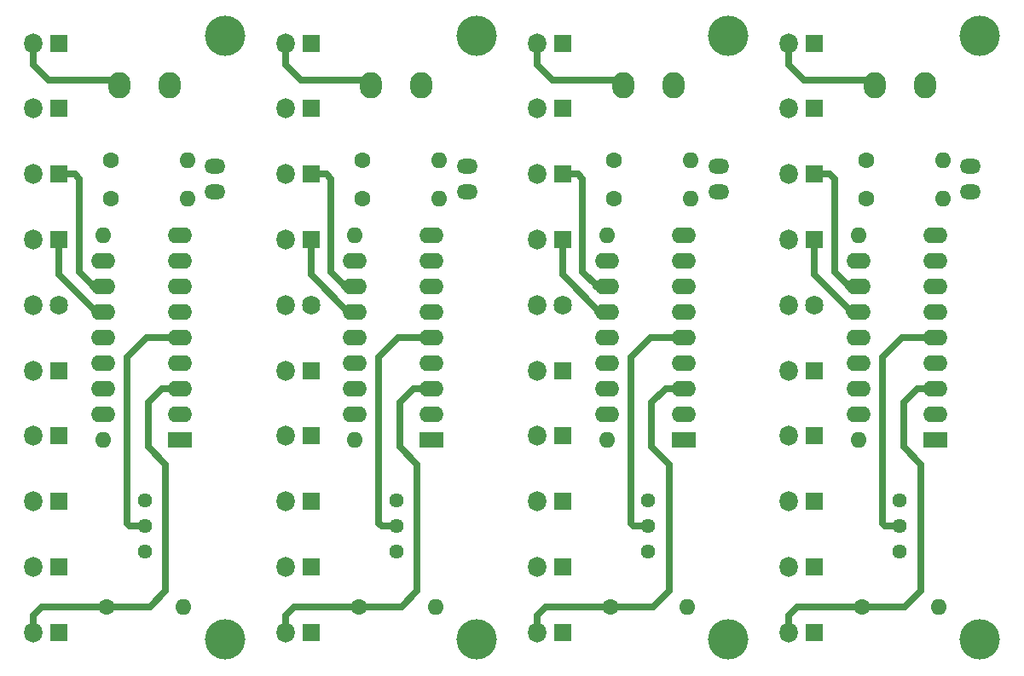
<source format=gbr>
%TF.GenerationSoftware,KiCad,Pcbnew,7.0.6*%
%TF.CreationDate,2023-12-18T10:17:44+05:30*%
%TF.ProjectId,new12vch,6e657731-3276-4636-982e-6b696361645f,rev?*%
%TF.SameCoordinates,Original*%
%TF.FileFunction,Copper,L2,Bot*%
%TF.FilePolarity,Positive*%
%FSLAX46Y46*%
G04 Gerber Fmt 4.6, Leading zero omitted, Abs format (unit mm)*
G04 Created by KiCad (PCBNEW 7.0.6) date 2023-12-18 10:17:44*
%MOMM*%
%LPD*%
G01*
G04 APERTURE LIST*
%TA.AperFunction,ComponentPad*%
%ADD10R,1.800000X1.800000*%
%TD*%
%TA.AperFunction,ComponentPad*%
%ADD11O,1.800000X2.000000*%
%TD*%
%TA.AperFunction,ComponentPad*%
%ADD12C,1.600000*%
%TD*%
%TA.AperFunction,ComponentPad*%
%ADD13O,1.600000X1.600000*%
%TD*%
%TA.AperFunction,ComponentPad*%
%ADD14O,1.800000X1.900000*%
%TD*%
%TA.AperFunction,ComponentPad*%
%ADD15O,2.100000X1.500000*%
%TD*%
%TA.AperFunction,ComponentPad*%
%ADD16C,4.000000*%
%TD*%
%TA.AperFunction,ComponentPad*%
%ADD17C,1.440000*%
%TD*%
%TA.AperFunction,ComponentPad*%
%ADD18R,2.400000X1.600000*%
%TD*%
%TA.AperFunction,ComponentPad*%
%ADD19O,2.400000X1.600000*%
%TD*%
%TA.AperFunction,ComponentPad*%
%ADD20O,2.200000X2.600000*%
%TD*%
%TA.AperFunction,Conductor*%
%ADD21C,0.700000*%
%TD*%
G04 APERTURE END LIST*
D10*
%TO.P,D8,1,K*%
%TO.N,Net-(D8-K)*%
X154850000Y-112700000D03*
D11*
%TO.P,D8,2,A*%
%TO.N,Net-(D12-A)*%
X152310000Y-112700000D03*
%TD*%
D12*
%TO.P,R8,1*%
%TO.N,Net-(U1-REFOUT)*%
X159980000Y-85300000D03*
D13*
%TO.P,R8,2*%
%TO.N,Earth*%
X167600000Y-85300000D03*
%TD*%
D10*
%TO.P,D2,1,K*%
%TO.N,Net-(D2-K)*%
X154850000Y-132200000D03*
D11*
%TO.P,D2,2,A*%
%TO.N,Net-(D12-A)*%
X152310000Y-132200000D03*
%TD*%
D10*
%TO.P,D12,1,K*%
%TO.N,Net-(D12-K)*%
X154850000Y-106200000D03*
D11*
%TO.P,D12,2,A*%
%TO.N,Net-(D12-A)*%
X152310000Y-106200000D03*
%TD*%
D12*
%TO.P,R7,1*%
%TO.N,Net-(U1-RLO)*%
X159980000Y-89100000D03*
D13*
%TO.P,R7,2*%
%TO.N,Earth*%
X167600000Y-89100000D03*
%TD*%
D10*
%TO.P,D18,1,K*%
%TO.N,Net-(D18-K)*%
X154850000Y-86700000D03*
D11*
%TO.P,D18,2,A*%
%TO.N,Net-(D12-A)*%
X152310000Y-86700000D03*
%TD*%
D10*
%TO.P,D23,1,K*%
%TO.N,Net-(D23-K)*%
X154850000Y-73700000D03*
D11*
%TO.P,D23,2,A*%
%TO.N,Net-(D12-A)*%
X152310000Y-73700000D03*
%TD*%
D14*
%TO.P,D14,1,K*%
%TO.N,Net-(D14-K)*%
X154850000Y-99700000D03*
D11*
%TO.P,D14,2,A*%
%TO.N,Net-(D12-A)*%
X152310000Y-99700000D03*
%TD*%
D15*
%TO.P,SW3,1*%
%TO.N,Net-(U1-MODE)*%
X170350000Y-88500000D03*
%TO.P,SW3,2*%
%TO.N,Net-(D12-A)*%
X170350000Y-85960000D03*
%TD*%
D16*
%TO.P,REF\u002A\u002A,1*%
%TO.N,N/C*%
X171300000Y-132950000D03*
%TD*%
%TO.P,REF\u002A\u002A,1*%
%TO.N,N/C*%
X171300000Y-73000000D03*
%TD*%
D10*
%TO.P,D4,1,K*%
%TO.N,Net-(D4-K)*%
X154850000Y-125700000D03*
D11*
%TO.P,D4,2,A*%
%TO.N,Net-(D12-A)*%
X152310000Y-125700000D03*
%TD*%
D10*
%TO.P,D6,1,K*%
%TO.N,Net-(D6-K)*%
X154850000Y-119200000D03*
D11*
%TO.P,D6,2,A*%
%TO.N,Net-(D12-A)*%
X152310000Y-119200000D03*
%TD*%
D10*
%TO.P,D16,1,K*%
%TO.N,Net-(D16-K)*%
X154850000Y-93200000D03*
D11*
%TO.P,D16,2,A*%
%TO.N,Net-(D12-A)*%
X152310000Y-93200000D03*
%TD*%
D17*
%TO.P,RV2,1,1*%
%TO.N,Earth*%
X163350000Y-119150000D03*
%TO.P,RV2,2,2*%
%TO.N,Net-(U1-SIG)*%
X163350000Y-121690000D03*
%TO.P,RV2,3,3*%
%TO.N,Net-(R1-Pad2)*%
X163350000Y-124230000D03*
%TD*%
D18*
%TO.P,U1,1,LED1*%
%TO.N,Net-(D2-K)*%
X166850000Y-113100000D03*
D19*
%TO.P,U1,2,V-*%
%TO.N,Earth*%
X166850000Y-110560000D03*
%TO.P,U1,3,V+*%
%TO.N,Net-(D12-A)*%
X166850000Y-108020000D03*
%TO.P,U1,4,RLO*%
%TO.N,Net-(U1-RLO)*%
X166850000Y-105480000D03*
%TO.P,U1,5,SIG*%
%TO.N,Net-(U1-SIG)*%
X166850000Y-102940000D03*
%TO.P,U1,6,RHI*%
%TO.N,Net-(U1-REFOUT)*%
X166850000Y-100400000D03*
%TO.P,U1,7,REFOUT*%
X166850000Y-97860000D03*
%TO.P,U1,8,REFADJ*%
%TO.N,Earth*%
X166850000Y-95320000D03*
%TO.P,U1,9,MODE*%
%TO.N,Net-(U1-MODE)*%
X166850000Y-92780000D03*
D13*
%TO.P,U1,10,LED10*%
%TO.N,Net-(D23-K)*%
X159230000Y-92780000D03*
D19*
%TO.P,U1,11,LED9*%
%TO.N,Net-(D21-K)*%
X159230000Y-95320000D03*
%TO.P,U1,12,LED8*%
%TO.N,Net-(D18-K)*%
X159230000Y-97860000D03*
%TO.P,U1,13,LED7*%
%TO.N,Net-(D16-K)*%
X159230000Y-100400000D03*
%TO.P,U1,14,LED6*%
%TO.N,Net-(D14-K)*%
X159230000Y-102940000D03*
%TO.P,U1,15,LED5*%
%TO.N,Net-(D12-K)*%
X159230000Y-105480000D03*
%TO.P,U1,16,LED4*%
%TO.N,Net-(D8-K)*%
X159230000Y-108020000D03*
%TO.P,U1,17,LED3*%
%TO.N,Net-(D6-K)*%
X159230000Y-110560000D03*
D13*
%TO.P,U1,18,LED2*%
%TO.N,Net-(D4-K)*%
X159230000Y-113100000D03*
%TD*%
D10*
%TO.P,D21,1,K*%
%TO.N,Net-(D21-K)*%
X154850000Y-80200000D03*
D11*
%TO.P,D21,2,A*%
%TO.N,Net-(D12-A)*%
X152310000Y-80200000D03*
%TD*%
D12*
%TO.P,R1,1*%
%TO.N,Net-(D12-A)*%
X159600000Y-129650000D03*
D13*
%TO.P,R1,2*%
%TO.N,Net-(R1-Pad2)*%
X167220000Y-129650000D03*
%TD*%
D20*
%TO.P,J5,1,Pin_1*%
%TO.N,Net-(D12-A)*%
X160850000Y-77900000D03*
%TO.P,J5,2,Pin_2*%
%TO.N,Earth*%
X165850000Y-77900000D03*
%TD*%
D10*
%TO.P,D6,1,K*%
%TO.N,Net-(D6-K)*%
X179850000Y-119200000D03*
D11*
%TO.P,D6,2,A*%
%TO.N,Net-(D12-A)*%
X177310000Y-119200000D03*
%TD*%
D10*
%TO.P,D2,1,K*%
%TO.N,Net-(D2-K)*%
X179850000Y-132200000D03*
D11*
%TO.P,D2,2,A*%
%TO.N,Net-(D12-A)*%
X177310000Y-132200000D03*
%TD*%
D10*
%TO.P,D4,1,K*%
%TO.N,Net-(D4-K)*%
X179850000Y-125700000D03*
D11*
%TO.P,D4,2,A*%
%TO.N,Net-(D12-A)*%
X177310000Y-125700000D03*
%TD*%
D10*
%TO.P,D8,1,K*%
%TO.N,Net-(D8-K)*%
X179850000Y-112700000D03*
D11*
%TO.P,D8,2,A*%
%TO.N,Net-(D12-A)*%
X177310000Y-112700000D03*
%TD*%
D10*
%TO.P,D23,1,K*%
%TO.N,Net-(D23-K)*%
X179850000Y-73700000D03*
D11*
%TO.P,D23,2,A*%
%TO.N,Net-(D12-A)*%
X177310000Y-73700000D03*
%TD*%
D14*
%TO.P,D14,1,K*%
%TO.N,Net-(D14-K)*%
X179850000Y-99700000D03*
D11*
%TO.P,D14,2,A*%
%TO.N,Net-(D12-A)*%
X177310000Y-99700000D03*
%TD*%
D10*
%TO.P,D12,1,K*%
%TO.N,Net-(D12-K)*%
X179850000Y-106200000D03*
D11*
%TO.P,D12,2,A*%
%TO.N,Net-(D12-A)*%
X177310000Y-106200000D03*
%TD*%
D10*
%TO.P,D18,1,K*%
%TO.N,Net-(D18-K)*%
X179850000Y-86700000D03*
D11*
%TO.P,D18,2,A*%
%TO.N,Net-(D12-A)*%
X177310000Y-86700000D03*
%TD*%
D15*
%TO.P,SW3,1*%
%TO.N,Net-(U1-MODE)*%
X195350000Y-88500000D03*
%TO.P,SW3,2*%
%TO.N,Net-(D12-A)*%
X195350000Y-85960000D03*
%TD*%
D16*
%TO.P,REF\u002A\u002A,1*%
%TO.N,N/C*%
X196300000Y-132950000D03*
%TD*%
%TO.P,REF\u002A\u002A,1*%
%TO.N,N/C*%
X196300000Y-73000000D03*
%TD*%
D12*
%TO.P,R8,1*%
%TO.N,Net-(U1-REFOUT)*%
X184980000Y-85300000D03*
D13*
%TO.P,R8,2*%
%TO.N,Earth*%
X192600000Y-85300000D03*
%TD*%
D12*
%TO.P,R7,1*%
%TO.N,Net-(U1-RLO)*%
X184980000Y-89100000D03*
D13*
%TO.P,R7,2*%
%TO.N,Earth*%
X192600000Y-89100000D03*
%TD*%
D10*
%TO.P,D16,1,K*%
%TO.N,Net-(D16-K)*%
X179850000Y-93200000D03*
D11*
%TO.P,D16,2,A*%
%TO.N,Net-(D12-A)*%
X177310000Y-93200000D03*
%TD*%
D18*
%TO.P,U1,1,LED1*%
%TO.N,Net-(D2-K)*%
X191850000Y-113100000D03*
D19*
%TO.P,U1,2,V-*%
%TO.N,Earth*%
X191850000Y-110560000D03*
%TO.P,U1,3,V+*%
%TO.N,Net-(D12-A)*%
X191850000Y-108020000D03*
%TO.P,U1,4,RLO*%
%TO.N,Net-(U1-RLO)*%
X191850000Y-105480000D03*
%TO.P,U1,5,SIG*%
%TO.N,Net-(U1-SIG)*%
X191850000Y-102940000D03*
%TO.P,U1,6,RHI*%
%TO.N,Net-(U1-REFOUT)*%
X191850000Y-100400000D03*
%TO.P,U1,7,REFOUT*%
X191850000Y-97860000D03*
%TO.P,U1,8,REFADJ*%
%TO.N,Earth*%
X191850000Y-95320000D03*
%TO.P,U1,9,MODE*%
%TO.N,Net-(U1-MODE)*%
X191850000Y-92780000D03*
D13*
%TO.P,U1,10,LED10*%
%TO.N,Net-(D23-K)*%
X184230000Y-92780000D03*
D19*
%TO.P,U1,11,LED9*%
%TO.N,Net-(D21-K)*%
X184230000Y-95320000D03*
%TO.P,U1,12,LED8*%
%TO.N,Net-(D18-K)*%
X184230000Y-97860000D03*
%TO.P,U1,13,LED7*%
%TO.N,Net-(D16-K)*%
X184230000Y-100400000D03*
%TO.P,U1,14,LED6*%
%TO.N,Net-(D14-K)*%
X184230000Y-102940000D03*
%TO.P,U1,15,LED5*%
%TO.N,Net-(D12-K)*%
X184230000Y-105480000D03*
%TO.P,U1,16,LED4*%
%TO.N,Net-(D8-K)*%
X184230000Y-108020000D03*
%TO.P,U1,17,LED3*%
%TO.N,Net-(D6-K)*%
X184230000Y-110560000D03*
D13*
%TO.P,U1,18,LED2*%
%TO.N,Net-(D4-K)*%
X184230000Y-113100000D03*
%TD*%
D10*
%TO.P,D21,1,K*%
%TO.N,Net-(D21-K)*%
X179850000Y-80200000D03*
D11*
%TO.P,D21,2,A*%
%TO.N,Net-(D12-A)*%
X177310000Y-80200000D03*
%TD*%
D17*
%TO.P,RV2,1,1*%
%TO.N,Earth*%
X188350000Y-119150000D03*
%TO.P,RV2,2,2*%
%TO.N,Net-(U1-SIG)*%
X188350000Y-121690000D03*
%TO.P,RV2,3,3*%
%TO.N,Net-(R1-Pad2)*%
X188350000Y-124230000D03*
%TD*%
D12*
%TO.P,R1,1*%
%TO.N,Net-(D12-A)*%
X184600000Y-129650000D03*
D13*
%TO.P,R1,2*%
%TO.N,Net-(R1-Pad2)*%
X192220000Y-129650000D03*
%TD*%
D20*
%TO.P,J5,1,Pin_1*%
%TO.N,Net-(D12-A)*%
X185850000Y-77900000D03*
%TO.P,J5,2,Pin_2*%
%TO.N,Earth*%
X190850000Y-77900000D03*
%TD*%
D10*
%TO.P,D6,1,K*%
%TO.N,Net-(D6-K)*%
X104850000Y-119200000D03*
D11*
%TO.P,D6,2,A*%
%TO.N,Net-(D12-A)*%
X102310000Y-119200000D03*
%TD*%
D10*
%TO.P,D2,1,K*%
%TO.N,Net-(D2-K)*%
X104850000Y-132200000D03*
D11*
%TO.P,D2,2,A*%
%TO.N,Net-(D12-A)*%
X102310000Y-132200000D03*
%TD*%
D10*
%TO.P,D4,1,K*%
%TO.N,Net-(D4-K)*%
X104850000Y-125700000D03*
D11*
%TO.P,D4,2,A*%
%TO.N,Net-(D12-A)*%
X102310000Y-125700000D03*
%TD*%
D10*
%TO.P,D8,1,K*%
%TO.N,Net-(D8-K)*%
X104850000Y-112700000D03*
D11*
%TO.P,D8,2,A*%
%TO.N,Net-(D12-A)*%
X102310000Y-112700000D03*
%TD*%
D10*
%TO.P,D23,1,K*%
%TO.N,Net-(D23-K)*%
X104850000Y-73700000D03*
D11*
%TO.P,D23,2,A*%
%TO.N,Net-(D12-A)*%
X102310000Y-73700000D03*
%TD*%
D14*
%TO.P,D14,1,K*%
%TO.N,Net-(D14-K)*%
X104850000Y-99700000D03*
D11*
%TO.P,D14,2,A*%
%TO.N,Net-(D12-A)*%
X102310000Y-99700000D03*
%TD*%
D10*
%TO.P,D12,1,K*%
%TO.N,Net-(D12-K)*%
X104850000Y-106200000D03*
D11*
%TO.P,D12,2,A*%
%TO.N,Net-(D12-A)*%
X102310000Y-106200000D03*
%TD*%
D10*
%TO.P,D18,1,K*%
%TO.N,Net-(D18-K)*%
X104850000Y-86700000D03*
D11*
%TO.P,D18,2,A*%
%TO.N,Net-(D12-A)*%
X102310000Y-86700000D03*
%TD*%
D15*
%TO.P,SW3,1*%
%TO.N,Net-(U1-MODE)*%
X120350000Y-88500000D03*
%TO.P,SW3,2*%
%TO.N,Net-(D12-A)*%
X120350000Y-85960000D03*
%TD*%
D16*
%TO.P,REF\u002A\u002A,1*%
%TO.N,N/C*%
X121300000Y-132950000D03*
%TD*%
%TO.P,REF\u002A\u002A,1*%
%TO.N,N/C*%
X121300000Y-73000000D03*
%TD*%
D12*
%TO.P,R8,1*%
%TO.N,Net-(U1-REFOUT)*%
X109980000Y-85300000D03*
D13*
%TO.P,R8,2*%
%TO.N,Earth*%
X117600000Y-85300000D03*
%TD*%
D12*
%TO.P,R7,1*%
%TO.N,Net-(U1-RLO)*%
X109980000Y-89100000D03*
D13*
%TO.P,R7,2*%
%TO.N,Earth*%
X117600000Y-89100000D03*
%TD*%
D10*
%TO.P,D16,1,K*%
%TO.N,Net-(D16-K)*%
X104850000Y-93200000D03*
D11*
%TO.P,D16,2,A*%
%TO.N,Net-(D12-A)*%
X102310000Y-93200000D03*
%TD*%
D18*
%TO.P,U1,1,LED1*%
%TO.N,Net-(D2-K)*%
X116850000Y-113100000D03*
D19*
%TO.P,U1,2,V-*%
%TO.N,Earth*%
X116850000Y-110560000D03*
%TO.P,U1,3,V+*%
%TO.N,Net-(D12-A)*%
X116850000Y-108020000D03*
%TO.P,U1,4,RLO*%
%TO.N,Net-(U1-RLO)*%
X116850000Y-105480000D03*
%TO.P,U1,5,SIG*%
%TO.N,Net-(U1-SIG)*%
X116850000Y-102940000D03*
%TO.P,U1,6,RHI*%
%TO.N,Net-(U1-REFOUT)*%
X116850000Y-100400000D03*
%TO.P,U1,7,REFOUT*%
X116850000Y-97860000D03*
%TO.P,U1,8,REFADJ*%
%TO.N,Earth*%
X116850000Y-95320000D03*
%TO.P,U1,9,MODE*%
%TO.N,Net-(U1-MODE)*%
X116850000Y-92780000D03*
D13*
%TO.P,U1,10,LED10*%
%TO.N,Net-(D23-K)*%
X109230000Y-92780000D03*
D19*
%TO.P,U1,11,LED9*%
%TO.N,Net-(D21-K)*%
X109230000Y-95320000D03*
%TO.P,U1,12,LED8*%
%TO.N,Net-(D18-K)*%
X109230000Y-97860000D03*
%TO.P,U1,13,LED7*%
%TO.N,Net-(D16-K)*%
X109230000Y-100400000D03*
%TO.P,U1,14,LED6*%
%TO.N,Net-(D14-K)*%
X109230000Y-102940000D03*
%TO.P,U1,15,LED5*%
%TO.N,Net-(D12-K)*%
X109230000Y-105480000D03*
%TO.P,U1,16,LED4*%
%TO.N,Net-(D8-K)*%
X109230000Y-108020000D03*
%TO.P,U1,17,LED3*%
%TO.N,Net-(D6-K)*%
X109230000Y-110560000D03*
D13*
%TO.P,U1,18,LED2*%
%TO.N,Net-(D4-K)*%
X109230000Y-113100000D03*
%TD*%
D10*
%TO.P,D21,1,K*%
%TO.N,Net-(D21-K)*%
X104850000Y-80200000D03*
D11*
%TO.P,D21,2,A*%
%TO.N,Net-(D12-A)*%
X102310000Y-80200000D03*
%TD*%
D17*
%TO.P,RV2,1,1*%
%TO.N,Earth*%
X113350000Y-119150000D03*
%TO.P,RV2,2,2*%
%TO.N,Net-(U1-SIG)*%
X113350000Y-121690000D03*
%TO.P,RV2,3,3*%
%TO.N,Net-(R1-Pad2)*%
X113350000Y-124230000D03*
%TD*%
D12*
%TO.P,R1,1*%
%TO.N,Net-(D12-A)*%
X109600000Y-129650000D03*
D13*
%TO.P,R1,2*%
%TO.N,Net-(R1-Pad2)*%
X117220000Y-129650000D03*
%TD*%
D20*
%TO.P,J5,1,Pin_1*%
%TO.N,Net-(D12-A)*%
X110850000Y-77900000D03*
%TO.P,J5,2,Pin_2*%
%TO.N,Earth*%
X115850000Y-77900000D03*
%TD*%
D10*
%TO.P,D2,1,K*%
%TO.N,Net-(D2-K)*%
X129850000Y-132200000D03*
D11*
%TO.P,D2,2,A*%
%TO.N,Net-(D12-A)*%
X127310000Y-132200000D03*
%TD*%
D10*
%TO.P,D4,1,K*%
%TO.N,Net-(D4-K)*%
X129850000Y-125700000D03*
D11*
%TO.P,D4,2,A*%
%TO.N,Net-(D12-A)*%
X127310000Y-125700000D03*
%TD*%
D10*
%TO.P,D6,1,K*%
%TO.N,Net-(D6-K)*%
X129850000Y-119200000D03*
D11*
%TO.P,D6,2,A*%
%TO.N,Net-(D12-A)*%
X127310000Y-119200000D03*
%TD*%
D10*
%TO.P,D8,1,K*%
%TO.N,Net-(D8-K)*%
X129850000Y-112700000D03*
D11*
%TO.P,D8,2,A*%
%TO.N,Net-(D12-A)*%
X127310000Y-112700000D03*
%TD*%
D10*
%TO.P,D12,1,K*%
%TO.N,Net-(D12-K)*%
X129850000Y-106200000D03*
D11*
%TO.P,D12,2,A*%
%TO.N,Net-(D12-A)*%
X127310000Y-106200000D03*
%TD*%
D14*
%TO.P,D14,1,K*%
%TO.N,Net-(D14-K)*%
X129850000Y-99700000D03*
D11*
%TO.P,D14,2,A*%
%TO.N,Net-(D12-A)*%
X127310000Y-99700000D03*
%TD*%
D10*
%TO.P,D16,1,K*%
%TO.N,Net-(D16-K)*%
X129850000Y-93200000D03*
D11*
%TO.P,D16,2,A*%
%TO.N,Net-(D12-A)*%
X127310000Y-93200000D03*
%TD*%
D10*
%TO.P,D18,1,K*%
%TO.N,Net-(D18-K)*%
X129850000Y-86700000D03*
D11*
%TO.P,D18,2,A*%
%TO.N,Net-(D12-A)*%
X127310000Y-86700000D03*
%TD*%
D10*
%TO.P,D21,1,K*%
%TO.N,Net-(D21-K)*%
X129850000Y-80200000D03*
D11*
%TO.P,D21,2,A*%
%TO.N,Net-(D12-A)*%
X127310000Y-80200000D03*
%TD*%
D10*
%TO.P,D23,1,K*%
%TO.N,Net-(D23-K)*%
X129850000Y-73700000D03*
D11*
%TO.P,D23,2,A*%
%TO.N,Net-(D12-A)*%
X127310000Y-73700000D03*
%TD*%
D20*
%TO.P,J5,1,Pin_1*%
%TO.N,Net-(D12-A)*%
X135850000Y-77900000D03*
%TO.P,J5,2,Pin_2*%
%TO.N,Earth*%
X140850000Y-77900000D03*
%TD*%
D12*
%TO.P,R1,1*%
%TO.N,Net-(D12-A)*%
X134600000Y-129650000D03*
D13*
%TO.P,R1,2*%
%TO.N,Net-(R1-Pad2)*%
X142220000Y-129650000D03*
%TD*%
D12*
%TO.P,R7,1*%
%TO.N,Net-(U1-RLO)*%
X134980000Y-89100000D03*
D13*
%TO.P,R7,2*%
%TO.N,Earth*%
X142600000Y-89100000D03*
%TD*%
D12*
%TO.P,R8,1*%
%TO.N,Net-(U1-REFOUT)*%
X134980000Y-85300000D03*
D13*
%TO.P,R8,2*%
%TO.N,Earth*%
X142600000Y-85300000D03*
%TD*%
D17*
%TO.P,RV2,1,1*%
%TO.N,Earth*%
X138350000Y-119150000D03*
%TO.P,RV2,2,2*%
%TO.N,Net-(U1-SIG)*%
X138350000Y-121690000D03*
%TO.P,RV2,3,3*%
%TO.N,Net-(R1-Pad2)*%
X138350000Y-124230000D03*
%TD*%
D18*
%TO.P,U1,1,LED1*%
%TO.N,Net-(D2-K)*%
X141850000Y-113100000D03*
D19*
%TO.P,U1,2,V-*%
%TO.N,Earth*%
X141850000Y-110560000D03*
%TO.P,U1,3,V+*%
%TO.N,Net-(D12-A)*%
X141850000Y-108020000D03*
%TO.P,U1,4,RLO*%
%TO.N,Net-(U1-RLO)*%
X141850000Y-105480000D03*
%TO.P,U1,5,SIG*%
%TO.N,Net-(U1-SIG)*%
X141850000Y-102940000D03*
%TO.P,U1,6,RHI*%
%TO.N,Net-(U1-REFOUT)*%
X141850000Y-100400000D03*
%TO.P,U1,7,REFOUT*%
X141850000Y-97860000D03*
%TO.P,U1,8,REFADJ*%
%TO.N,Earth*%
X141850000Y-95320000D03*
%TO.P,U1,9,MODE*%
%TO.N,Net-(U1-MODE)*%
X141850000Y-92780000D03*
D13*
%TO.P,U1,10,LED10*%
%TO.N,Net-(D23-K)*%
X134230000Y-92780000D03*
D19*
%TO.P,U1,11,LED9*%
%TO.N,Net-(D21-K)*%
X134230000Y-95320000D03*
%TO.P,U1,12,LED8*%
%TO.N,Net-(D18-K)*%
X134230000Y-97860000D03*
%TO.P,U1,13,LED7*%
%TO.N,Net-(D16-K)*%
X134230000Y-100400000D03*
%TO.P,U1,14,LED6*%
%TO.N,Net-(D14-K)*%
X134230000Y-102940000D03*
%TO.P,U1,15,LED5*%
%TO.N,Net-(D12-K)*%
X134230000Y-105480000D03*
%TO.P,U1,16,LED4*%
%TO.N,Net-(D8-K)*%
X134230000Y-108020000D03*
%TO.P,U1,17,LED3*%
%TO.N,Net-(D6-K)*%
X134230000Y-110560000D03*
D13*
%TO.P,U1,18,LED2*%
%TO.N,Net-(D4-K)*%
X134230000Y-113100000D03*
%TD*%
D15*
%TO.P,SW3,1*%
%TO.N,Net-(U1-MODE)*%
X145350000Y-88500000D03*
%TO.P,SW3,2*%
%TO.N,Net-(D12-A)*%
X145350000Y-85960000D03*
%TD*%
D16*
%TO.P,REF\u002A\u002A,1*%
%TO.N,N/C*%
X146300000Y-73000000D03*
%TD*%
%TO.P,REF\u002A\u002A,1*%
%TO.N,N/C*%
X146300000Y-132950000D03*
%TD*%
D21*
%TO.N,Net-(U1-SIG)*%
X163560000Y-102940000D02*
X166850000Y-102940000D01*
%TO.N,Net-(D18-K)*%
X156850000Y-87150000D02*
X156400000Y-86700000D01*
%TO.N,Net-(U1-SIG)*%
X163350000Y-121690000D02*
X161890000Y-121690000D01*
%TO.N,Net-(D16-K)*%
X159230000Y-100400000D02*
X158350000Y-100400000D01*
%TO.N,Net-(U1-SIG)*%
X161890000Y-121690000D02*
X161600000Y-121400000D01*
%TO.N,Net-(D16-K)*%
X154850000Y-96700000D02*
X154850000Y-93200000D01*
%TO.N,Net-(D12-A)*%
X153160000Y-129650000D02*
X152310000Y-130500000D01*
%TO.N,Net-(D16-K)*%
X158550000Y-100400000D02*
X154850000Y-96700000D01*
%TO.N,Net-(D18-K)*%
X156400000Y-86700000D02*
X154850000Y-86700000D01*
X156850000Y-96400000D02*
X156850000Y-87150000D01*
%TO.N,Net-(D12-A)*%
X153850000Y-77400000D02*
X160350000Y-77400000D01*
%TO.N,Net-(D18-K)*%
X158310000Y-97860000D02*
X156850000Y-96400000D01*
%TO.N,Net-(U1-SIG)*%
X161600000Y-104900000D02*
X163560000Y-102940000D01*
X161600000Y-121400000D02*
X161600000Y-104900000D01*
%TO.N,Net-(D16-K)*%
X159230000Y-100400000D02*
X158550000Y-100400000D01*
%TO.N,Net-(D18-K)*%
X159230000Y-97860000D02*
X158310000Y-97860000D01*
%TO.N,Net-(D12-A)*%
X165080000Y-108020000D02*
X163700000Y-109400000D01*
%TO.N,Net-(D18-K)*%
X159230000Y-97860000D02*
X158210000Y-97860000D01*
%TO.N,Net-(D12-A)*%
X163700000Y-113800000D02*
X165410000Y-115510000D01*
X163850000Y-129650000D02*
X159600000Y-129650000D01*
X159600000Y-129650000D02*
X153160000Y-129650000D01*
X160350000Y-77400000D02*
X160850000Y-77900000D01*
X152310000Y-73700000D02*
X152310000Y-75860000D01*
X152310000Y-130500000D02*
X152310000Y-132200000D01*
X165410000Y-115510000D02*
X165410000Y-128090000D01*
X163700000Y-109400000D02*
X163700000Y-113800000D01*
X166850000Y-108020000D02*
X165080000Y-108020000D01*
X152310000Y-75860000D02*
X153850000Y-77400000D01*
X165410000Y-128090000D02*
X163850000Y-129650000D01*
%TO.N,Net-(U1-SIG)*%
X186890000Y-121690000D02*
X186600000Y-121400000D01*
X186600000Y-104900000D02*
X188560000Y-102940000D01*
X188350000Y-121690000D02*
X186890000Y-121690000D01*
X186600000Y-121400000D02*
X186600000Y-104900000D01*
X188560000Y-102940000D02*
X191850000Y-102940000D01*
%TO.N,Net-(D18-K)*%
X181850000Y-96400000D02*
X181850000Y-87150000D01*
%TO.N,Net-(D16-K)*%
X183550000Y-100400000D02*
X179850000Y-96700000D01*
X184230000Y-100400000D02*
X183550000Y-100400000D01*
%TO.N,Net-(D18-K)*%
X184230000Y-97860000D02*
X183210000Y-97860000D01*
%TO.N,Net-(D16-K)*%
X179850000Y-96700000D02*
X179850000Y-93200000D01*
X184230000Y-100400000D02*
X183350000Y-100400000D01*
%TO.N,Net-(D18-K)*%
X181400000Y-86700000D02*
X179850000Y-86700000D01*
X183310000Y-97860000D02*
X181850000Y-96400000D01*
X181850000Y-87150000D02*
X181400000Y-86700000D01*
X184230000Y-97860000D02*
X183310000Y-97860000D01*
%TO.N,Net-(D12-A)*%
X190080000Y-108020000D02*
X188700000Y-109400000D01*
X178160000Y-129650000D02*
X177310000Y-130500000D01*
X178850000Y-77400000D02*
X185350000Y-77400000D01*
X177310000Y-73700000D02*
X177310000Y-75860000D01*
X188700000Y-109400000D02*
X188700000Y-113800000D01*
X191850000Y-108020000D02*
X190080000Y-108020000D01*
X188700000Y-113800000D02*
X190410000Y-115510000D01*
X185350000Y-77400000D02*
X185850000Y-77900000D01*
X188850000Y-129650000D02*
X184600000Y-129650000D01*
X190410000Y-115510000D02*
X190410000Y-128090000D01*
X177310000Y-75860000D02*
X178850000Y-77400000D01*
X177310000Y-130500000D02*
X177310000Y-132200000D01*
X190410000Y-128090000D02*
X188850000Y-129650000D01*
X184600000Y-129650000D02*
X178160000Y-129650000D01*
%TO.N,Net-(U1-SIG)*%
X111890000Y-121690000D02*
X111600000Y-121400000D01*
X111600000Y-104900000D02*
X113560000Y-102940000D01*
X113350000Y-121690000D02*
X111890000Y-121690000D01*
X111600000Y-121400000D02*
X111600000Y-104900000D01*
X113560000Y-102940000D02*
X116850000Y-102940000D01*
%TO.N,Net-(D18-K)*%
X106850000Y-96400000D02*
X106850000Y-87150000D01*
%TO.N,Net-(D16-K)*%
X108550000Y-100400000D02*
X104850000Y-96700000D01*
X109230000Y-100400000D02*
X108550000Y-100400000D01*
%TO.N,Net-(D18-K)*%
X109230000Y-97860000D02*
X108210000Y-97860000D01*
%TO.N,Net-(D16-K)*%
X104850000Y-96700000D02*
X104850000Y-93200000D01*
X109230000Y-100400000D02*
X108350000Y-100400000D01*
%TO.N,Net-(D18-K)*%
X106400000Y-86700000D02*
X104850000Y-86700000D01*
X108310000Y-97860000D02*
X106850000Y-96400000D01*
X106850000Y-87150000D02*
X106400000Y-86700000D01*
X109230000Y-97860000D02*
X108310000Y-97860000D01*
%TO.N,Net-(D12-A)*%
X115080000Y-108020000D02*
X113700000Y-109400000D01*
X103160000Y-129650000D02*
X102310000Y-130500000D01*
X103850000Y-77400000D02*
X110350000Y-77400000D01*
X102310000Y-73700000D02*
X102310000Y-75860000D01*
X113700000Y-109400000D02*
X113700000Y-113800000D01*
X116850000Y-108020000D02*
X115080000Y-108020000D01*
X113700000Y-113800000D02*
X115410000Y-115510000D01*
X110350000Y-77400000D02*
X110850000Y-77900000D01*
X113850000Y-129650000D02*
X109600000Y-129650000D01*
X115410000Y-115510000D02*
X115410000Y-128090000D01*
X102310000Y-75860000D02*
X103850000Y-77400000D01*
X102310000Y-130500000D02*
X102310000Y-132200000D01*
X115410000Y-128090000D02*
X113850000Y-129650000D01*
X109600000Y-129650000D02*
X103160000Y-129650000D01*
X127310000Y-75860000D02*
X128850000Y-77400000D01*
X135350000Y-77400000D02*
X135850000Y-77900000D01*
X140410000Y-115510000D02*
X140410000Y-128090000D01*
X138850000Y-129650000D02*
X134600000Y-129650000D01*
X128850000Y-77400000D02*
X135350000Y-77400000D01*
X141850000Y-108020000D02*
X140080000Y-108020000D01*
X138700000Y-113800000D02*
X140410000Y-115510000D01*
X140410000Y-128090000D02*
X138850000Y-129650000D01*
X138700000Y-109400000D02*
X138700000Y-113800000D01*
X134600000Y-129650000D02*
X128160000Y-129650000D01*
X128160000Y-129650000D02*
X127310000Y-130500000D01*
X127310000Y-130500000D02*
X127310000Y-132200000D01*
X127310000Y-73700000D02*
X127310000Y-75860000D01*
X140080000Y-108020000D02*
X138700000Y-109400000D01*
%TO.N,Net-(D16-K)*%
X134230000Y-100400000D02*
X133350000Y-100400000D01*
X134230000Y-100400000D02*
X133550000Y-100400000D01*
X129850000Y-96700000D02*
X129850000Y-93200000D01*
X133550000Y-100400000D02*
X129850000Y-96700000D01*
%TO.N,Net-(D18-K)*%
X134230000Y-97860000D02*
X133310000Y-97860000D01*
X131400000Y-86700000D02*
X129850000Y-86700000D01*
X134230000Y-97860000D02*
X133210000Y-97860000D01*
X131850000Y-87150000D02*
X131400000Y-86700000D01*
X133310000Y-97860000D02*
X131850000Y-96400000D01*
X131850000Y-96400000D02*
X131850000Y-87150000D01*
%TO.N,Net-(U1-SIG)*%
X138350000Y-121690000D02*
X136890000Y-121690000D01*
X136890000Y-121690000D02*
X136600000Y-121400000D01*
X136600000Y-104900000D02*
X138560000Y-102940000D01*
X136600000Y-121400000D02*
X136600000Y-104900000D01*
X138560000Y-102940000D02*
X141850000Y-102940000D01*
%TD*%
M02*

</source>
